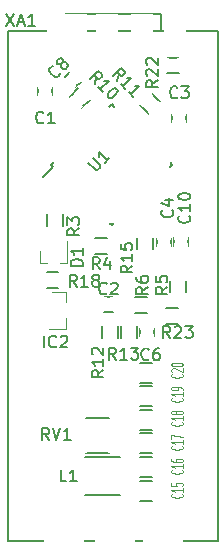
<source format=gto>
G04 #@! TF.GenerationSoftware,KiCad,Pcbnew,(5.0.0-3-g5ebb6b6)*
G04 #@! TF.CreationDate,2018-09-15T11:59:02+02:00*
G04 #@! TF.ProjectId,Nano_Lambda,4E616E6F5F4C616D6264612E6B696361,rev?*
G04 #@! TF.SameCoordinates,Original*
G04 #@! TF.FileFunction,Legend,Top*
G04 #@! TF.FilePolarity,Positive*
%FSLAX46Y46*%
G04 Gerber Fmt 4.6, Leading zero omitted, Abs format (unit mm)*
G04 Created by KiCad (PCBNEW (5.0.0-3-g5ebb6b6)) date Saturday, 15 September 2018 at 11:59:02*
%MOMM*%
%LPD*%
G01*
G04 APERTURE LIST*
%ADD10C,0.150000*%
%ADD11C,0.120000*%
%ADD12C,0.125000*%
%ADD13C,2.127200*%
%ADD14R,2.127200X2.127200*%
%ADD15C,2.250000*%
%ADD16R,1.150000X1.200000*%
%ADD17R,1.200000X1.150000*%
%ADD18C,1.150000*%
%ADD19C,0.100000*%
%ADD20R,1.000000X1.200000*%
%ADD21R,1.300000X1.200000*%
%ADD22R,1.300000X0.900000*%
%ADD23R,0.900000X1.300000*%
%ADD24C,0.900000*%
%ADD25R,3.400000X3.400000*%
%ADD26R,1.900000X3.400000*%
%ADD27R,1.300000X2.900000*%
%ADD28R,1.200000X3.100000*%
%ADD29R,1.400000X1.650000*%
%ADD30C,1.000000*%
G04 APERTURE END LIST*
D10*
G04 #@! TO.C,XA1*
X175374000Y-58130000D02*
X175374000Y-56680000D01*
X175374000Y-56680000D02*
X167246000Y-56680000D01*
X167246000Y-56680000D02*
X167246000Y-58130000D01*
X180200000Y-101310000D02*
X162420000Y-101310000D01*
X180200000Y-58130000D02*
X162420000Y-58130000D01*
X162420000Y-101310000D02*
X162420000Y-58130000D01*
X180200000Y-101310000D02*
X180200000Y-58130000D01*
G04 #@! TO.C,C1*
X164960000Y-63600000D02*
X164960000Y-62900000D01*
X166160000Y-62900000D02*
X166160000Y-63600000D01*
G04 #@! TO.C,C2*
X171270000Y-81890000D02*
X170570000Y-81890000D01*
X170570000Y-80690000D02*
X171270000Y-80690000D01*
G04 #@! TO.C,C3*
X177490000Y-65170000D02*
X177490000Y-65870000D01*
X176290000Y-65870000D02*
X176290000Y-65170000D01*
G04 #@! TO.C,C4*
X176200000Y-75630000D02*
X176200000Y-76330000D01*
X175000000Y-76330000D02*
X175000000Y-75630000D01*
G04 #@! TO.C,C6*
X173600000Y-83960000D02*
X173600000Y-83260000D01*
X174800000Y-83260000D02*
X174800000Y-83960000D01*
G04 #@! TO.C,C8*
X167218249Y-62073223D02*
X167713223Y-61578249D01*
X168561751Y-62426777D02*
X168066777Y-62921751D01*
G04 #@! TO.C,C10*
X176500000Y-76320000D02*
X176500000Y-75620000D01*
X177700000Y-75620000D02*
X177700000Y-76320000D01*
D11*
G04 #@! TO.C,D1*
X165120000Y-76310000D02*
X165120000Y-77745000D01*
X167440000Y-77745000D02*
X167440000Y-75910000D01*
X167440000Y-77745000D02*
X166830000Y-77745000D01*
X165120000Y-77745000D02*
X165730000Y-77745000D01*
G04 #@! TO.C,IC2*
X167346000Y-83376000D02*
X165886000Y-83376000D01*
X167346000Y-80216000D02*
X165186000Y-80216000D01*
X167346000Y-80216000D02*
X167346000Y-81146000D01*
X167346000Y-83376000D02*
X167346000Y-82446000D01*
D10*
G04 #@! TO.C,R3*
X165725000Y-74670000D02*
X165725000Y-73670000D01*
X167075000Y-73670000D02*
X167075000Y-74670000D01*
G04 #@! TO.C,R4*
X169770000Y-75705000D02*
X170770000Y-75705000D01*
X170770000Y-77055000D02*
X169770000Y-77055000D01*
G04 #@! TO.C,R5*
X177475000Y-79270000D02*
X177475000Y-80270000D01*
X176125000Y-80270000D02*
X176125000Y-79270000D01*
G04 #@! TO.C,R6*
X173180000Y-80665000D02*
X174180000Y-80665000D01*
X174180000Y-82015000D02*
X173180000Y-82015000D01*
G04 #@! TO.C,R10*
X167679150Y-63706256D02*
X168386256Y-62999150D01*
X169340850Y-63953744D02*
X168633744Y-64660850D01*
G04 #@! TO.C,R11*
X174593414Y-63478820D02*
X175300520Y-64185926D01*
X174345926Y-65140520D02*
X173638820Y-64433414D01*
G04 #@! TO.C,R12*
X170365000Y-84120000D02*
X170365000Y-83120000D01*
X171715000Y-83120000D02*
X171715000Y-84120000D01*
G04 #@! TO.C,R13*
X173318800Y-83116800D02*
X173318800Y-84116800D01*
X171968800Y-84116800D02*
X171968800Y-83116800D01*
G04 #@! TO.C,R15*
X173375000Y-76630000D02*
X173375000Y-75630000D01*
X174725000Y-75630000D02*
X174725000Y-76630000D01*
G04 #@! TO.C,R18*
X165690000Y-78565000D02*
X166690000Y-78565000D01*
X166690000Y-79915000D02*
X165690000Y-79915000D01*
G04 #@! TO.C,R22*
X175910000Y-60385000D02*
X176910000Y-60385000D01*
X176910000Y-61735000D02*
X175910000Y-61735000D01*
G04 #@! TO.C,R23*
X176776000Y-82971000D02*
X175776000Y-82971000D01*
X175776000Y-81621000D02*
X176776000Y-81621000D01*
G04 #@! TO.C,RV1*
X171000000Y-93880200D02*
X169000000Y-93880200D01*
X169000000Y-90930200D02*
X171000000Y-90930200D01*
G04 #@! TO.C,L1*
X168900000Y-97420000D02*
X171900000Y-97420000D01*
X168900000Y-94220000D02*
X171900000Y-94220000D01*
G04 #@! TO.C,C15*
X173610000Y-95910000D02*
X174610000Y-95910000D01*
X174610000Y-94210000D02*
X173610000Y-94210000D01*
G04 #@! TO.C,C16*
X174610000Y-90210000D02*
X173610000Y-90210000D01*
X173610000Y-91910000D02*
X174610000Y-91910000D01*
G04 #@! TO.C,C17*
X173610000Y-89910000D02*
X174610000Y-89910000D01*
X174610000Y-88210000D02*
X173610000Y-88210000D01*
G04 #@! TO.C,C18*
X174610000Y-86210000D02*
X173610000Y-86210000D01*
X173610000Y-87910000D02*
X174610000Y-87910000D01*
G04 #@! TO.C,C19*
X173610000Y-97910000D02*
X174610000Y-97910000D01*
X174610000Y-96210000D02*
X173610000Y-96210000D01*
G04 #@! TO.C,C20*
X174610000Y-92210000D02*
X173610000Y-92210000D01*
X173610000Y-93910000D02*
X174610000Y-93910000D01*
G04 #@! TO.C,U1*
X166252575Y-69639099D02*
X165386369Y-70505305D01*
X171220000Y-64353476D02*
X171007868Y-64565608D01*
X176346524Y-69480000D02*
X176134392Y-69692132D01*
X171220000Y-74606524D02*
X171432132Y-74394392D01*
X166093476Y-69480000D02*
X166305608Y-69267868D01*
X171220000Y-74606524D02*
X171007868Y-74394392D01*
X176346524Y-69480000D02*
X176134392Y-69267868D01*
X171220000Y-64353476D02*
X171432132Y-64565608D01*
X166093476Y-69480000D02*
X166252575Y-69639099D01*
G04 #@! TO.C,XA1*
X162271904Y-56702380D02*
X162938571Y-57702380D01*
X162938571Y-56702380D02*
X162271904Y-57702380D01*
X163271904Y-57416666D02*
X163748095Y-57416666D01*
X163176666Y-57702380D02*
X163510000Y-56702380D01*
X163843333Y-57702380D01*
X164700476Y-57702380D02*
X164129047Y-57702380D01*
X164414761Y-57702380D02*
X164414761Y-56702380D01*
X164319523Y-56845238D01*
X164224285Y-56940476D01*
X164129047Y-56988095D01*
G04 #@! TO.C,C1*
X165413333Y-65867142D02*
X165365714Y-65914761D01*
X165222857Y-65962380D01*
X165127619Y-65962380D01*
X164984761Y-65914761D01*
X164889523Y-65819523D01*
X164841904Y-65724285D01*
X164794285Y-65533809D01*
X164794285Y-65390952D01*
X164841904Y-65200476D01*
X164889523Y-65105238D01*
X164984761Y-65010000D01*
X165127619Y-64962380D01*
X165222857Y-64962380D01*
X165365714Y-65010000D01*
X165413333Y-65057619D01*
X166365714Y-65962380D02*
X165794285Y-65962380D01*
X166080000Y-65962380D02*
X166080000Y-64962380D01*
X165984761Y-65105238D01*
X165889523Y-65200476D01*
X165794285Y-65248095D01*
G04 #@! TO.C,C2*
X170763333Y-80347142D02*
X170715714Y-80394761D01*
X170572857Y-80442380D01*
X170477619Y-80442380D01*
X170334761Y-80394761D01*
X170239523Y-80299523D01*
X170191904Y-80204285D01*
X170144285Y-80013809D01*
X170144285Y-79870952D01*
X170191904Y-79680476D01*
X170239523Y-79585238D01*
X170334761Y-79490000D01*
X170477619Y-79442380D01*
X170572857Y-79442380D01*
X170715714Y-79490000D01*
X170763333Y-79537619D01*
X171144285Y-79537619D02*
X171191904Y-79490000D01*
X171287142Y-79442380D01*
X171525238Y-79442380D01*
X171620476Y-79490000D01*
X171668095Y-79537619D01*
X171715714Y-79632857D01*
X171715714Y-79728095D01*
X171668095Y-79870952D01*
X171096666Y-80442380D01*
X171715714Y-80442380D01*
G04 #@! TO.C,C3*
X176753333Y-63737142D02*
X176705714Y-63784761D01*
X176562857Y-63832380D01*
X176467619Y-63832380D01*
X176324761Y-63784761D01*
X176229523Y-63689523D01*
X176181904Y-63594285D01*
X176134285Y-63403809D01*
X176134285Y-63260952D01*
X176181904Y-63070476D01*
X176229523Y-62975238D01*
X176324761Y-62880000D01*
X176467619Y-62832380D01*
X176562857Y-62832380D01*
X176705714Y-62880000D01*
X176753333Y-62927619D01*
X177086666Y-62832380D02*
X177705714Y-62832380D01*
X177372380Y-63213333D01*
X177515238Y-63213333D01*
X177610476Y-63260952D01*
X177658095Y-63308571D01*
X177705714Y-63403809D01*
X177705714Y-63641904D01*
X177658095Y-63737142D01*
X177610476Y-63784761D01*
X177515238Y-63832380D01*
X177229523Y-63832380D01*
X177134285Y-63784761D01*
X177086666Y-63737142D01*
G04 #@! TO.C,C4*
X176317142Y-73306666D02*
X176364761Y-73354285D01*
X176412380Y-73497142D01*
X176412380Y-73592380D01*
X176364761Y-73735238D01*
X176269523Y-73830476D01*
X176174285Y-73878095D01*
X175983809Y-73925714D01*
X175840952Y-73925714D01*
X175650476Y-73878095D01*
X175555238Y-73830476D01*
X175460000Y-73735238D01*
X175412380Y-73592380D01*
X175412380Y-73497142D01*
X175460000Y-73354285D01*
X175507619Y-73306666D01*
X175745714Y-72449523D02*
X176412380Y-72449523D01*
X175364761Y-72687619D02*
X176079047Y-72925714D01*
X176079047Y-72306666D01*
G04 #@! TO.C,C6*
X174343333Y-85917142D02*
X174295714Y-85964761D01*
X174152857Y-86012380D01*
X174057619Y-86012380D01*
X173914761Y-85964761D01*
X173819523Y-85869523D01*
X173771904Y-85774285D01*
X173724285Y-85583809D01*
X173724285Y-85440952D01*
X173771904Y-85250476D01*
X173819523Y-85155238D01*
X173914761Y-85060000D01*
X174057619Y-85012380D01*
X174152857Y-85012380D01*
X174295714Y-85060000D01*
X174343333Y-85107619D01*
X175200476Y-85012380D02*
X175010000Y-85012380D01*
X174914761Y-85060000D01*
X174867142Y-85107619D01*
X174771904Y-85250476D01*
X174724285Y-85440952D01*
X174724285Y-85821904D01*
X174771904Y-85917142D01*
X174819523Y-85964761D01*
X174914761Y-86012380D01*
X175105238Y-86012380D01*
X175200476Y-85964761D01*
X175248095Y-85917142D01*
X175295714Y-85821904D01*
X175295714Y-85583809D01*
X175248095Y-85488571D01*
X175200476Y-85440952D01*
X175105238Y-85393333D01*
X174914761Y-85393333D01*
X174819523Y-85440952D01*
X174771904Y-85488571D01*
X174724285Y-85583809D01*
G04 #@! TO.C,C8*
X166843819Y-61679937D02*
X166843819Y-61747280D01*
X166776475Y-61881967D01*
X166709132Y-61949311D01*
X166574444Y-62016654D01*
X166439757Y-62016654D01*
X166338742Y-61982983D01*
X166170383Y-61881967D01*
X166069368Y-61780952D01*
X165968353Y-61612593D01*
X165934681Y-61511578D01*
X165934681Y-61376891D01*
X166002025Y-61242204D01*
X166069368Y-61174860D01*
X166204055Y-61107517D01*
X166271399Y-61107517D01*
X166911162Y-60939158D02*
X166810147Y-60972830D01*
X166742803Y-60972830D01*
X166641788Y-60939158D01*
X166608116Y-60905486D01*
X166574444Y-60804471D01*
X166574444Y-60737128D01*
X166608116Y-60636112D01*
X166742803Y-60501425D01*
X166843819Y-60467754D01*
X166911162Y-60467754D01*
X167012177Y-60501425D01*
X167045849Y-60535097D01*
X167079521Y-60636112D01*
X167079521Y-60703456D01*
X167045849Y-60804471D01*
X166911162Y-60939158D01*
X166877490Y-61040173D01*
X166877490Y-61107517D01*
X166911162Y-61208532D01*
X167045849Y-61343219D01*
X167146864Y-61376891D01*
X167214208Y-61376891D01*
X167315223Y-61343219D01*
X167449910Y-61208532D01*
X167483582Y-61107517D01*
X167483582Y-61040173D01*
X167449910Y-60939158D01*
X167315223Y-60804471D01*
X167214208Y-60770799D01*
X167146864Y-60770799D01*
X167045849Y-60804471D01*
G04 #@! TO.C,C10*
X177747142Y-73762857D02*
X177794761Y-73810476D01*
X177842380Y-73953333D01*
X177842380Y-74048571D01*
X177794761Y-74191428D01*
X177699523Y-74286666D01*
X177604285Y-74334285D01*
X177413809Y-74381904D01*
X177270952Y-74381904D01*
X177080476Y-74334285D01*
X176985238Y-74286666D01*
X176890000Y-74191428D01*
X176842380Y-74048571D01*
X176842380Y-73953333D01*
X176890000Y-73810476D01*
X176937619Y-73762857D01*
X177842380Y-72810476D02*
X177842380Y-73381904D01*
X177842380Y-73096190D02*
X176842380Y-73096190D01*
X176985238Y-73191428D01*
X177080476Y-73286666D01*
X177128095Y-73381904D01*
X176842380Y-72191428D02*
X176842380Y-72096190D01*
X176890000Y-72000952D01*
X176937619Y-71953333D01*
X177032857Y-71905714D01*
X177223333Y-71858095D01*
X177461428Y-71858095D01*
X177651904Y-71905714D01*
X177747142Y-71953333D01*
X177794761Y-72000952D01*
X177842380Y-72096190D01*
X177842380Y-72191428D01*
X177794761Y-72286666D01*
X177747142Y-72334285D01*
X177651904Y-72381904D01*
X177461428Y-72429523D01*
X177223333Y-72429523D01*
X177032857Y-72381904D01*
X176937619Y-72334285D01*
X176890000Y-72286666D01*
X176842380Y-72191428D01*
G04 #@! TO.C,D1*
X168732380Y-78018095D02*
X167732380Y-78018095D01*
X167732380Y-77780000D01*
X167780000Y-77637142D01*
X167875238Y-77541904D01*
X167970476Y-77494285D01*
X168160952Y-77446666D01*
X168303809Y-77446666D01*
X168494285Y-77494285D01*
X168589523Y-77541904D01*
X168684761Y-77637142D01*
X168732380Y-77780000D01*
X168732380Y-78018095D01*
X168732380Y-76494285D02*
X168732380Y-77065714D01*
X168732380Y-76780000D02*
X167732380Y-76780000D01*
X167875238Y-76875238D01*
X167970476Y-76970476D01*
X168018095Y-77065714D01*
G04 #@! TO.C,IC2*
X165443809Y-84922380D02*
X165443809Y-83922380D01*
X166491428Y-84827142D02*
X166443809Y-84874761D01*
X166300952Y-84922380D01*
X166205714Y-84922380D01*
X166062857Y-84874761D01*
X165967619Y-84779523D01*
X165920000Y-84684285D01*
X165872380Y-84493809D01*
X165872380Y-84350952D01*
X165920000Y-84160476D01*
X165967619Y-84065238D01*
X166062857Y-83970000D01*
X166205714Y-83922380D01*
X166300952Y-83922380D01*
X166443809Y-83970000D01*
X166491428Y-84017619D01*
X166872380Y-84017619D02*
X166920000Y-83970000D01*
X167015238Y-83922380D01*
X167253333Y-83922380D01*
X167348571Y-83970000D01*
X167396190Y-84017619D01*
X167443809Y-84112857D01*
X167443809Y-84208095D01*
X167396190Y-84350952D01*
X166824761Y-84922380D01*
X167443809Y-84922380D01*
G04 #@! TO.C,R3*
X168452380Y-74856666D02*
X167976190Y-75190000D01*
X168452380Y-75428095D02*
X167452380Y-75428095D01*
X167452380Y-75047142D01*
X167500000Y-74951904D01*
X167547619Y-74904285D01*
X167642857Y-74856666D01*
X167785714Y-74856666D01*
X167880952Y-74904285D01*
X167928571Y-74951904D01*
X167976190Y-75047142D01*
X167976190Y-75428095D01*
X167452380Y-74523333D02*
X167452380Y-73904285D01*
X167833333Y-74237619D01*
X167833333Y-74094761D01*
X167880952Y-73999523D01*
X167928571Y-73951904D01*
X168023809Y-73904285D01*
X168261904Y-73904285D01*
X168357142Y-73951904D01*
X168404761Y-73999523D01*
X168452380Y-74094761D01*
X168452380Y-74380476D01*
X168404761Y-74475714D01*
X168357142Y-74523333D01*
G04 #@! TO.C,R4*
X170183333Y-78302380D02*
X169850000Y-77826190D01*
X169611904Y-78302380D02*
X169611904Y-77302380D01*
X169992857Y-77302380D01*
X170088095Y-77350000D01*
X170135714Y-77397619D01*
X170183333Y-77492857D01*
X170183333Y-77635714D01*
X170135714Y-77730952D01*
X170088095Y-77778571D01*
X169992857Y-77826190D01*
X169611904Y-77826190D01*
X171040476Y-77635714D02*
X171040476Y-78302380D01*
X170802380Y-77254761D02*
X170564285Y-77969047D01*
X171183333Y-77969047D01*
G04 #@! TO.C,R5*
X175922380Y-79806666D02*
X175446190Y-80140000D01*
X175922380Y-80378095D02*
X174922380Y-80378095D01*
X174922380Y-79997142D01*
X174970000Y-79901904D01*
X175017619Y-79854285D01*
X175112857Y-79806666D01*
X175255714Y-79806666D01*
X175350952Y-79854285D01*
X175398571Y-79901904D01*
X175446190Y-79997142D01*
X175446190Y-80378095D01*
X174922380Y-78901904D02*
X174922380Y-79378095D01*
X175398571Y-79425714D01*
X175350952Y-79378095D01*
X175303333Y-79282857D01*
X175303333Y-79044761D01*
X175350952Y-78949523D01*
X175398571Y-78901904D01*
X175493809Y-78854285D01*
X175731904Y-78854285D01*
X175827142Y-78901904D01*
X175874761Y-78949523D01*
X175922380Y-79044761D01*
X175922380Y-79282857D01*
X175874761Y-79378095D01*
X175827142Y-79425714D01*
G04 #@! TO.C,R6*
X174282380Y-79816666D02*
X173806190Y-80150000D01*
X174282380Y-80388095D02*
X173282380Y-80388095D01*
X173282380Y-80007142D01*
X173330000Y-79911904D01*
X173377619Y-79864285D01*
X173472857Y-79816666D01*
X173615714Y-79816666D01*
X173710952Y-79864285D01*
X173758571Y-79911904D01*
X173806190Y-80007142D01*
X173806190Y-80388095D01*
X173282380Y-78959523D02*
X173282380Y-79150000D01*
X173330000Y-79245238D01*
X173377619Y-79292857D01*
X173520476Y-79388095D01*
X173710952Y-79435714D01*
X174091904Y-79435714D01*
X174187142Y-79388095D01*
X174234761Y-79340476D01*
X174282380Y-79245238D01*
X174282380Y-79054761D01*
X174234761Y-78959523D01*
X174187142Y-78911904D01*
X174091904Y-78864285D01*
X173853809Y-78864285D01*
X173758571Y-78911904D01*
X173710952Y-78959523D01*
X173663333Y-79054761D01*
X173663333Y-79245238D01*
X173710952Y-79340476D01*
X173758571Y-79388095D01*
X173853809Y-79435714D01*
G04 #@! TO.C,R10*
X169775549Y-62605312D02*
X169876564Y-62032893D01*
X169371488Y-62201251D02*
X170078595Y-61494145D01*
X170347969Y-61763519D01*
X170381641Y-61864534D01*
X170381641Y-61931877D01*
X170347969Y-62032893D01*
X170246954Y-62133908D01*
X170145938Y-62167580D01*
X170078595Y-62167580D01*
X169977580Y-62133908D01*
X169708206Y-61864534D01*
X170448984Y-63278748D02*
X170044923Y-62874687D01*
X170246954Y-63076717D02*
X170954061Y-62369610D01*
X170785702Y-62403282D01*
X170651015Y-62403282D01*
X170550000Y-62369610D01*
X171593824Y-63009374D02*
X171661167Y-63076717D01*
X171694839Y-63177732D01*
X171694839Y-63245076D01*
X171661167Y-63346091D01*
X171560152Y-63514450D01*
X171391793Y-63682809D01*
X171223435Y-63783824D01*
X171122419Y-63817496D01*
X171055076Y-63817496D01*
X170954061Y-63783824D01*
X170886717Y-63716480D01*
X170853045Y-63615465D01*
X170853045Y-63548122D01*
X170886717Y-63447106D01*
X170987732Y-63278748D01*
X171156091Y-63110389D01*
X171324450Y-63009374D01*
X171425465Y-62975702D01*
X171492809Y-62975702D01*
X171593824Y-63009374D01*
G04 #@! TO.C,R11*
X171691549Y-62349312D02*
X171792564Y-61776893D01*
X171287488Y-61945251D02*
X171994595Y-61238145D01*
X172263969Y-61507519D01*
X172297641Y-61608534D01*
X172297641Y-61675877D01*
X172263969Y-61776893D01*
X172162954Y-61877908D01*
X172061938Y-61911580D01*
X171994595Y-61911580D01*
X171893580Y-61877908D01*
X171624206Y-61608534D01*
X172364984Y-63022748D02*
X171960923Y-62618687D01*
X172162954Y-62820717D02*
X172870061Y-62113610D01*
X172701702Y-62147282D01*
X172567015Y-62147282D01*
X172466000Y-62113610D01*
X173038419Y-63696183D02*
X172634358Y-63292122D01*
X172836389Y-63494152D02*
X173543496Y-62787045D01*
X173375137Y-62820717D01*
X173240450Y-62820717D01*
X173139435Y-62787045D01*
G04 #@! TO.C,R12*
X170502380Y-86842857D02*
X170026190Y-87176190D01*
X170502380Y-87414285D02*
X169502380Y-87414285D01*
X169502380Y-87033333D01*
X169550000Y-86938095D01*
X169597619Y-86890476D01*
X169692857Y-86842857D01*
X169835714Y-86842857D01*
X169930952Y-86890476D01*
X169978571Y-86938095D01*
X170026190Y-87033333D01*
X170026190Y-87414285D01*
X170502380Y-85890476D02*
X170502380Y-86461904D01*
X170502380Y-86176190D02*
X169502380Y-86176190D01*
X169645238Y-86271428D01*
X169740476Y-86366666D01*
X169788095Y-86461904D01*
X169597619Y-85509523D02*
X169550000Y-85461904D01*
X169502380Y-85366666D01*
X169502380Y-85128571D01*
X169550000Y-85033333D01*
X169597619Y-84985714D01*
X169692857Y-84938095D01*
X169788095Y-84938095D01*
X169930952Y-84985714D01*
X170502380Y-85557142D01*
X170502380Y-84938095D01*
G04 #@! TO.C,R13*
X171547142Y-85962380D02*
X171213809Y-85486190D01*
X170975714Y-85962380D02*
X170975714Y-84962380D01*
X171356666Y-84962380D01*
X171451904Y-85010000D01*
X171499523Y-85057619D01*
X171547142Y-85152857D01*
X171547142Y-85295714D01*
X171499523Y-85390952D01*
X171451904Y-85438571D01*
X171356666Y-85486190D01*
X170975714Y-85486190D01*
X172499523Y-85962380D02*
X171928095Y-85962380D01*
X172213809Y-85962380D02*
X172213809Y-84962380D01*
X172118571Y-85105238D01*
X172023333Y-85200476D01*
X171928095Y-85248095D01*
X172832857Y-84962380D02*
X173451904Y-84962380D01*
X173118571Y-85343333D01*
X173261428Y-85343333D01*
X173356666Y-85390952D01*
X173404285Y-85438571D01*
X173451904Y-85533809D01*
X173451904Y-85771904D01*
X173404285Y-85867142D01*
X173356666Y-85914761D01*
X173261428Y-85962380D01*
X172975714Y-85962380D01*
X172880476Y-85914761D01*
X172832857Y-85867142D01*
G04 #@! TO.C,R15*
X172962380Y-78012857D02*
X172486190Y-78346190D01*
X172962380Y-78584285D02*
X171962380Y-78584285D01*
X171962380Y-78203333D01*
X172010000Y-78108095D01*
X172057619Y-78060476D01*
X172152857Y-78012857D01*
X172295714Y-78012857D01*
X172390952Y-78060476D01*
X172438571Y-78108095D01*
X172486190Y-78203333D01*
X172486190Y-78584285D01*
X172962380Y-77060476D02*
X172962380Y-77631904D01*
X172962380Y-77346190D02*
X171962380Y-77346190D01*
X172105238Y-77441428D01*
X172200476Y-77536666D01*
X172248095Y-77631904D01*
X171962380Y-76155714D02*
X171962380Y-76631904D01*
X172438571Y-76679523D01*
X172390952Y-76631904D01*
X172343333Y-76536666D01*
X172343333Y-76298571D01*
X172390952Y-76203333D01*
X172438571Y-76155714D01*
X172533809Y-76108095D01*
X172771904Y-76108095D01*
X172867142Y-76155714D01*
X172914761Y-76203333D01*
X172962380Y-76298571D01*
X172962380Y-76536666D01*
X172914761Y-76631904D01*
X172867142Y-76679523D01*
G04 #@! TO.C,R18*
X168227142Y-79792380D02*
X167893809Y-79316190D01*
X167655714Y-79792380D02*
X167655714Y-78792380D01*
X168036666Y-78792380D01*
X168131904Y-78840000D01*
X168179523Y-78887619D01*
X168227142Y-78982857D01*
X168227142Y-79125714D01*
X168179523Y-79220952D01*
X168131904Y-79268571D01*
X168036666Y-79316190D01*
X167655714Y-79316190D01*
X169179523Y-79792380D02*
X168608095Y-79792380D01*
X168893809Y-79792380D02*
X168893809Y-78792380D01*
X168798571Y-78935238D01*
X168703333Y-79030476D01*
X168608095Y-79078095D01*
X169750952Y-79220952D02*
X169655714Y-79173333D01*
X169608095Y-79125714D01*
X169560476Y-79030476D01*
X169560476Y-78982857D01*
X169608095Y-78887619D01*
X169655714Y-78840000D01*
X169750952Y-78792380D01*
X169941428Y-78792380D01*
X170036666Y-78840000D01*
X170084285Y-78887619D01*
X170131904Y-78982857D01*
X170131904Y-79030476D01*
X170084285Y-79125714D01*
X170036666Y-79173333D01*
X169941428Y-79220952D01*
X169750952Y-79220952D01*
X169655714Y-79268571D01*
X169608095Y-79316190D01*
X169560476Y-79411428D01*
X169560476Y-79601904D01*
X169608095Y-79697142D01*
X169655714Y-79744761D01*
X169750952Y-79792380D01*
X169941428Y-79792380D01*
X170036666Y-79744761D01*
X170084285Y-79697142D01*
X170131904Y-79601904D01*
X170131904Y-79411428D01*
X170084285Y-79316190D01*
X170036666Y-79268571D01*
X169941428Y-79220952D01*
G04 #@! TO.C,R22*
X175112380Y-62322857D02*
X174636190Y-62656190D01*
X175112380Y-62894285D02*
X174112380Y-62894285D01*
X174112380Y-62513333D01*
X174160000Y-62418095D01*
X174207619Y-62370476D01*
X174302857Y-62322857D01*
X174445714Y-62322857D01*
X174540952Y-62370476D01*
X174588571Y-62418095D01*
X174636190Y-62513333D01*
X174636190Y-62894285D01*
X174207619Y-61941904D02*
X174160000Y-61894285D01*
X174112380Y-61799047D01*
X174112380Y-61560952D01*
X174160000Y-61465714D01*
X174207619Y-61418095D01*
X174302857Y-61370476D01*
X174398095Y-61370476D01*
X174540952Y-61418095D01*
X175112380Y-61989523D01*
X175112380Y-61370476D01*
X174207619Y-60989523D02*
X174160000Y-60941904D01*
X174112380Y-60846666D01*
X174112380Y-60608571D01*
X174160000Y-60513333D01*
X174207619Y-60465714D01*
X174302857Y-60418095D01*
X174398095Y-60418095D01*
X174540952Y-60465714D01*
X175112380Y-61037142D01*
X175112380Y-60418095D01*
G04 #@! TO.C,R23*
X176157142Y-84112380D02*
X175823809Y-83636190D01*
X175585714Y-84112380D02*
X175585714Y-83112380D01*
X175966666Y-83112380D01*
X176061904Y-83160000D01*
X176109523Y-83207619D01*
X176157142Y-83302857D01*
X176157142Y-83445714D01*
X176109523Y-83540952D01*
X176061904Y-83588571D01*
X175966666Y-83636190D01*
X175585714Y-83636190D01*
X176538095Y-83207619D02*
X176585714Y-83160000D01*
X176680952Y-83112380D01*
X176919047Y-83112380D01*
X177014285Y-83160000D01*
X177061904Y-83207619D01*
X177109523Y-83302857D01*
X177109523Y-83398095D01*
X177061904Y-83540952D01*
X176490476Y-84112380D01*
X177109523Y-84112380D01*
X177442857Y-83112380D02*
X178061904Y-83112380D01*
X177728571Y-83493333D01*
X177871428Y-83493333D01*
X177966666Y-83540952D01*
X178014285Y-83588571D01*
X178061904Y-83683809D01*
X178061904Y-83921904D01*
X178014285Y-84017142D01*
X177966666Y-84064761D01*
X177871428Y-84112380D01*
X177585714Y-84112380D01*
X177490476Y-84064761D01*
X177442857Y-84017142D01*
G04 #@! TO.C,RV1*
X165904761Y-92762380D02*
X165571428Y-92286190D01*
X165333333Y-92762380D02*
X165333333Y-91762380D01*
X165714285Y-91762380D01*
X165809523Y-91810000D01*
X165857142Y-91857619D01*
X165904761Y-91952857D01*
X165904761Y-92095714D01*
X165857142Y-92190952D01*
X165809523Y-92238571D01*
X165714285Y-92286190D01*
X165333333Y-92286190D01*
X166190476Y-91762380D02*
X166523809Y-92762380D01*
X166857142Y-91762380D01*
X167714285Y-92762380D02*
X167142857Y-92762380D01*
X167428571Y-92762380D02*
X167428571Y-91762380D01*
X167333333Y-91905238D01*
X167238095Y-92000476D01*
X167142857Y-92048095D01*
G04 #@! TO.C,L1*
X167373333Y-96272380D02*
X166897142Y-96272380D01*
X166897142Y-95272380D01*
X168230476Y-96272380D02*
X167659047Y-96272380D01*
X167944761Y-96272380D02*
X167944761Y-95272380D01*
X167849523Y-95415238D01*
X167754285Y-95510476D01*
X167659047Y-95558095D01*
G04 #@! TO.C,C15*
D12*
X177141142Y-97349428D02*
X177188761Y-97373238D01*
X177236380Y-97444666D01*
X177236380Y-97492285D01*
X177188761Y-97563714D01*
X177093523Y-97611333D01*
X176998285Y-97635142D01*
X176807809Y-97658952D01*
X176664952Y-97658952D01*
X176474476Y-97635142D01*
X176379238Y-97611333D01*
X176284000Y-97563714D01*
X176236380Y-97492285D01*
X176236380Y-97444666D01*
X176284000Y-97373238D01*
X176331619Y-97349428D01*
X177236380Y-96873238D02*
X177236380Y-97158952D01*
X177236380Y-97016095D02*
X176236380Y-97016095D01*
X176379238Y-97063714D01*
X176474476Y-97111333D01*
X176522095Y-97158952D01*
X176236380Y-96420857D02*
X176236380Y-96658952D01*
X176712571Y-96682761D01*
X176664952Y-96658952D01*
X176617333Y-96611333D01*
X176617333Y-96492285D01*
X176664952Y-96444666D01*
X176712571Y-96420857D01*
X176807809Y-96397047D01*
X177045904Y-96397047D01*
X177141142Y-96420857D01*
X177188761Y-96444666D01*
X177236380Y-96492285D01*
X177236380Y-96611333D01*
X177188761Y-96658952D01*
X177141142Y-96682761D01*
G04 #@! TO.C,C16*
X177141142Y-95317428D02*
X177188761Y-95341238D01*
X177236380Y-95412666D01*
X177236380Y-95460285D01*
X177188761Y-95531714D01*
X177093523Y-95579333D01*
X176998285Y-95603142D01*
X176807809Y-95626952D01*
X176664952Y-95626952D01*
X176474476Y-95603142D01*
X176379238Y-95579333D01*
X176284000Y-95531714D01*
X176236380Y-95460285D01*
X176236380Y-95412666D01*
X176284000Y-95341238D01*
X176331619Y-95317428D01*
X177236380Y-94841238D02*
X177236380Y-95126952D01*
X177236380Y-94984095D02*
X176236380Y-94984095D01*
X176379238Y-95031714D01*
X176474476Y-95079333D01*
X176522095Y-95126952D01*
X176236380Y-94412666D02*
X176236380Y-94507904D01*
X176284000Y-94555523D01*
X176331619Y-94579333D01*
X176474476Y-94626952D01*
X176664952Y-94650761D01*
X177045904Y-94650761D01*
X177141142Y-94626952D01*
X177188761Y-94603142D01*
X177236380Y-94555523D01*
X177236380Y-94460285D01*
X177188761Y-94412666D01*
X177141142Y-94388857D01*
X177045904Y-94365047D01*
X176807809Y-94365047D01*
X176712571Y-94388857D01*
X176664952Y-94412666D01*
X176617333Y-94460285D01*
X176617333Y-94555523D01*
X176664952Y-94603142D01*
X176712571Y-94626952D01*
X176807809Y-94650761D01*
G04 #@! TO.C,C17*
X177141142Y-93285428D02*
X177188761Y-93309238D01*
X177236380Y-93380666D01*
X177236380Y-93428285D01*
X177188761Y-93499714D01*
X177093523Y-93547333D01*
X176998285Y-93571142D01*
X176807809Y-93594952D01*
X176664952Y-93594952D01*
X176474476Y-93571142D01*
X176379238Y-93547333D01*
X176284000Y-93499714D01*
X176236380Y-93428285D01*
X176236380Y-93380666D01*
X176284000Y-93309238D01*
X176331619Y-93285428D01*
X177236380Y-92809238D02*
X177236380Y-93094952D01*
X177236380Y-92952095D02*
X176236380Y-92952095D01*
X176379238Y-92999714D01*
X176474476Y-93047333D01*
X176522095Y-93094952D01*
X176236380Y-92642571D02*
X176236380Y-92309238D01*
X177236380Y-92523523D01*
G04 #@! TO.C,C18*
X177141142Y-91253428D02*
X177188761Y-91277238D01*
X177236380Y-91348666D01*
X177236380Y-91396285D01*
X177188761Y-91467714D01*
X177093523Y-91515333D01*
X176998285Y-91539142D01*
X176807809Y-91562952D01*
X176664952Y-91562952D01*
X176474476Y-91539142D01*
X176379238Y-91515333D01*
X176284000Y-91467714D01*
X176236380Y-91396285D01*
X176236380Y-91348666D01*
X176284000Y-91277238D01*
X176331619Y-91253428D01*
X177236380Y-90777238D02*
X177236380Y-91062952D01*
X177236380Y-90920095D02*
X176236380Y-90920095D01*
X176379238Y-90967714D01*
X176474476Y-91015333D01*
X176522095Y-91062952D01*
X176664952Y-90491523D02*
X176617333Y-90539142D01*
X176569714Y-90562952D01*
X176474476Y-90586761D01*
X176426857Y-90586761D01*
X176331619Y-90562952D01*
X176284000Y-90539142D01*
X176236380Y-90491523D01*
X176236380Y-90396285D01*
X176284000Y-90348666D01*
X176331619Y-90324857D01*
X176426857Y-90301047D01*
X176474476Y-90301047D01*
X176569714Y-90324857D01*
X176617333Y-90348666D01*
X176664952Y-90396285D01*
X176664952Y-90491523D01*
X176712571Y-90539142D01*
X176760190Y-90562952D01*
X176855428Y-90586761D01*
X177045904Y-90586761D01*
X177141142Y-90562952D01*
X177188761Y-90539142D01*
X177236380Y-90491523D01*
X177236380Y-90396285D01*
X177188761Y-90348666D01*
X177141142Y-90324857D01*
X177045904Y-90301047D01*
X176855428Y-90301047D01*
X176760190Y-90324857D01*
X176712571Y-90348666D01*
X176664952Y-90396285D01*
G04 #@! TO.C,C19*
X177141142Y-89221428D02*
X177188761Y-89245238D01*
X177236380Y-89316666D01*
X177236380Y-89364285D01*
X177188761Y-89435714D01*
X177093523Y-89483333D01*
X176998285Y-89507142D01*
X176807809Y-89530952D01*
X176664952Y-89530952D01*
X176474476Y-89507142D01*
X176379238Y-89483333D01*
X176284000Y-89435714D01*
X176236380Y-89364285D01*
X176236380Y-89316666D01*
X176284000Y-89245238D01*
X176331619Y-89221428D01*
X177236380Y-88745238D02*
X177236380Y-89030952D01*
X177236380Y-88888095D02*
X176236380Y-88888095D01*
X176379238Y-88935714D01*
X176474476Y-88983333D01*
X176522095Y-89030952D01*
X177236380Y-88507142D02*
X177236380Y-88411904D01*
X177188761Y-88364285D01*
X177141142Y-88340476D01*
X176998285Y-88292857D01*
X176807809Y-88269047D01*
X176426857Y-88269047D01*
X176331619Y-88292857D01*
X176284000Y-88316666D01*
X176236380Y-88364285D01*
X176236380Y-88459523D01*
X176284000Y-88507142D01*
X176331619Y-88530952D01*
X176426857Y-88554761D01*
X176664952Y-88554761D01*
X176760190Y-88530952D01*
X176807809Y-88507142D01*
X176855428Y-88459523D01*
X176855428Y-88364285D01*
X176807809Y-88316666D01*
X176760190Y-88292857D01*
X176664952Y-88269047D01*
G04 #@! TO.C,C20*
X177141142Y-87189428D02*
X177188761Y-87213238D01*
X177236380Y-87284666D01*
X177236380Y-87332285D01*
X177188761Y-87403714D01*
X177093523Y-87451333D01*
X176998285Y-87475142D01*
X176807809Y-87498952D01*
X176664952Y-87498952D01*
X176474476Y-87475142D01*
X176379238Y-87451333D01*
X176284000Y-87403714D01*
X176236380Y-87332285D01*
X176236380Y-87284666D01*
X176284000Y-87213238D01*
X176331619Y-87189428D01*
X176331619Y-86998952D02*
X176284000Y-86975142D01*
X176236380Y-86927523D01*
X176236380Y-86808476D01*
X176284000Y-86760857D01*
X176331619Y-86737047D01*
X176426857Y-86713238D01*
X176522095Y-86713238D01*
X176664952Y-86737047D01*
X177236380Y-87022761D01*
X177236380Y-86713238D01*
X176236380Y-86403714D02*
X176236380Y-86356095D01*
X176284000Y-86308476D01*
X176331619Y-86284666D01*
X176426857Y-86260857D01*
X176617333Y-86237047D01*
X176855428Y-86237047D01*
X177045904Y-86260857D01*
X177141142Y-86284666D01*
X177188761Y-86308476D01*
X177236380Y-86356095D01*
X177236380Y-86403714D01*
X177188761Y-86451333D01*
X177141142Y-86475142D01*
X177045904Y-86498952D01*
X176855428Y-86522761D01*
X176617333Y-86522761D01*
X176426857Y-86498952D01*
X176331619Y-86475142D01*
X176284000Y-86451333D01*
X176236380Y-86403714D01*
G04 #@! TO.C,U1*
D10*
X169194026Y-69281522D02*
X169766446Y-69853942D01*
X169867461Y-69887614D01*
X169934805Y-69887614D01*
X170035820Y-69853942D01*
X170170507Y-69719255D01*
X170204179Y-69618240D01*
X170204179Y-69550896D01*
X170170507Y-69449881D01*
X169598087Y-68877461D01*
X171012301Y-68877461D02*
X170608240Y-69281522D01*
X170810270Y-69079492D02*
X170103164Y-68372385D01*
X170136835Y-68540744D01*
X170136835Y-68675431D01*
X170103164Y-68776446D01*
G04 #@! TD*
%LPC*%
D13*
G04 #@! TO.C,XA1*
X163690000Y-97500000D03*
X163690000Y-94960000D03*
X163690000Y-92420000D03*
X163690000Y-89880000D03*
X163690000Y-87340000D03*
X163690000Y-84800000D03*
X163690000Y-82260000D03*
X163690000Y-79720000D03*
X163690000Y-77180000D03*
X163690000Y-74640000D03*
X163690000Y-72100000D03*
X163690000Y-69560000D03*
X163690000Y-67020000D03*
X163690000Y-64480000D03*
X163690000Y-61940000D03*
X178930000Y-61940000D03*
X178930000Y-64480000D03*
X178930000Y-67020000D03*
X178930000Y-69560000D03*
X178930000Y-72100000D03*
X178930000Y-74640000D03*
X178930000Y-77180000D03*
X178930000Y-79720000D03*
X178930000Y-82260000D03*
X178930000Y-84800000D03*
X178930000Y-87340000D03*
X178930000Y-89880000D03*
X178930000Y-92420000D03*
X178930000Y-94960000D03*
D14*
X178930000Y-97500000D03*
D15*
X178930000Y-100040000D03*
X163690000Y-100040000D03*
X178930000Y-59400000D03*
X163690000Y-59400000D03*
G04 #@! TD*
D16*
G04 #@! TO.C,C1*
X165560000Y-64000000D03*
X165560000Y-62500000D03*
G04 #@! TD*
D17*
G04 #@! TO.C,C2*
X171670000Y-81290000D03*
X170170000Y-81290000D03*
G04 #@! TD*
D16*
G04 #@! TO.C,C3*
X176890000Y-64770000D03*
X176890000Y-66270000D03*
G04 #@! TD*
G04 #@! TO.C,C4*
X175600000Y-75230000D03*
X175600000Y-76730000D03*
G04 #@! TD*
G04 #@! TO.C,C6*
X174200000Y-84360000D03*
X174200000Y-82860000D03*
G04 #@! TD*
D18*
G04 #@! TO.C,C8*
X167359670Y-62780330D03*
D19*
G36*
X167377348Y-61949480D02*
X168190520Y-62762652D01*
X167341992Y-63611180D01*
X166528820Y-62798008D01*
X167377348Y-61949480D01*
X167377348Y-61949480D01*
G37*
D18*
X168420330Y-61719670D03*
D19*
G36*
X168438008Y-60888820D02*
X169251180Y-61701992D01*
X168402652Y-62550520D01*
X167589480Y-61737348D01*
X168438008Y-60888820D01*
X168438008Y-60888820D01*
G37*
G04 #@! TD*
D16*
G04 #@! TO.C,C10*
X177100000Y-76720000D03*
X177100000Y-75220000D03*
G04 #@! TD*
D20*
G04 #@! TO.C,D1*
X166280000Y-77810000D03*
X166930000Y-76210000D03*
X165630000Y-76210000D03*
G04 #@! TD*
D21*
G04 #@! TO.C,IC2*
X167586000Y-81796000D03*
X165586000Y-82746000D03*
X165586000Y-80846000D03*
G04 #@! TD*
D22*
G04 #@! TO.C,R3*
X166400000Y-73420000D03*
X166400000Y-74920000D03*
G04 #@! TD*
D23*
G04 #@! TO.C,R4*
X171020000Y-76380000D03*
X169520000Y-76380000D03*
G04 #@! TD*
D22*
G04 #@! TO.C,R5*
X176800000Y-80520000D03*
X176800000Y-79020000D03*
G04 #@! TD*
D23*
G04 #@! TO.C,R6*
X174430000Y-81340000D03*
X172930000Y-81340000D03*
G04 #@! TD*
D24*
G04 #@! TO.C,R10*
X169040330Y-63299670D03*
D19*
G36*
X168898909Y-62521853D02*
X169818147Y-63441091D01*
X169181751Y-64077487D01*
X168262513Y-63158249D01*
X168898909Y-62521853D01*
X168898909Y-62521853D01*
G37*
D24*
X167979670Y-64360330D03*
D19*
G36*
X167838249Y-63582513D02*
X168757487Y-64501751D01*
X168121091Y-65138147D01*
X167201853Y-64218909D01*
X167838249Y-63582513D01*
X167838249Y-63582513D01*
G37*
G04 #@! TD*
D24*
G04 #@! TO.C,R11*
X175000000Y-64840000D03*
D19*
G36*
X174222183Y-64981421D02*
X175141421Y-64062183D01*
X175777817Y-64698579D01*
X174858579Y-65617817D01*
X174222183Y-64981421D01*
X174222183Y-64981421D01*
G37*
D24*
X173939340Y-63779340D03*
D19*
G36*
X173161523Y-63920761D02*
X174080761Y-63001523D01*
X174717157Y-63637919D01*
X173797919Y-64557157D01*
X173161523Y-63920761D01*
X173161523Y-63920761D01*
G37*
G04 #@! TD*
D22*
G04 #@! TO.C,R12*
X171040000Y-82870000D03*
X171040000Y-84370000D03*
G04 #@! TD*
G04 #@! TO.C,R13*
X172643800Y-84366800D03*
X172643800Y-82866800D03*
G04 #@! TD*
G04 #@! TO.C,R15*
X174050000Y-75380000D03*
X174050000Y-76880000D03*
G04 #@! TD*
D23*
G04 #@! TO.C,R18*
X166940000Y-79240000D03*
X165440000Y-79240000D03*
G04 #@! TD*
G04 #@! TO.C,R22*
X177160000Y-61060000D03*
X175660000Y-61060000D03*
G04 #@! TD*
G04 #@! TO.C,R23*
X175526000Y-82296000D03*
X177026000Y-82296000D03*
G04 #@! TD*
D25*
G04 #@! TO.C,J3*
X171450000Y-100965000D03*
G04 #@! TD*
G04 #@! TO.C,J1*
X167386000Y-58420000D03*
G04 #@! TD*
G04 #@! TO.C,J5*
X175514000Y-100965000D03*
G04 #@! TD*
G04 #@! TO.C,J8*
X167132000Y-99720400D03*
G04 #@! TD*
D26*
G04 #@! TO.C,J9*
X176530000Y-58420000D03*
G04 #@! TD*
G04 #@! TO.C,J11*
X173736000Y-58420000D03*
G04 #@! TD*
G04 #@! TO.C,J14*
X170815000Y-58420000D03*
G04 #@! TD*
D27*
G04 #@! TO.C,RV1*
X168550000Y-92405200D03*
X171450000Y-92405200D03*
G04 #@! TD*
D28*
G04 #@! TO.C,L1*
X171500000Y-95820000D03*
X169300000Y-95820000D03*
G04 #@! TD*
D29*
G04 #@! TO.C,C15*
X175110000Y-95060000D03*
X173110000Y-95060000D03*
G04 #@! TD*
G04 #@! TO.C,C16*
X173110000Y-91060000D03*
X175110000Y-91060000D03*
G04 #@! TD*
G04 #@! TO.C,C17*
X175110000Y-89060000D03*
X173110000Y-89060000D03*
G04 #@! TD*
G04 #@! TO.C,C18*
X173110000Y-87060000D03*
X175110000Y-87060000D03*
G04 #@! TD*
G04 #@! TO.C,C19*
X175110000Y-97060000D03*
X173110000Y-97060000D03*
G04 #@! TD*
G04 #@! TO.C,C20*
X173110000Y-93060000D03*
X175110000Y-93060000D03*
G04 #@! TD*
D30*
G04 #@! TO.C,U1*
X166234897Y-68454695D03*
D19*
G36*
X167154136Y-68666827D02*
X166447029Y-69373934D01*
X165315658Y-68242563D01*
X166022765Y-67535456D01*
X167154136Y-68666827D01*
X167154136Y-68666827D01*
G37*
D30*
X166800583Y-67889010D03*
D19*
G36*
X167719822Y-68101142D02*
X167012715Y-68808249D01*
X165881344Y-67676878D01*
X166588451Y-66969771D01*
X167719822Y-68101142D01*
X167719822Y-68101142D01*
G37*
D30*
X167366268Y-67323324D03*
D19*
G36*
X168285507Y-67535456D02*
X167578400Y-68242563D01*
X166447029Y-67111192D01*
X167154136Y-66404085D01*
X168285507Y-67535456D01*
X168285507Y-67535456D01*
G37*
D30*
X167931953Y-66757639D03*
D19*
G36*
X168851192Y-66969771D02*
X168144085Y-67676878D01*
X167012714Y-66545507D01*
X167719821Y-65838400D01*
X168851192Y-66969771D01*
X168851192Y-66969771D01*
G37*
D30*
X168497639Y-66191953D03*
D19*
G36*
X169416878Y-66404085D02*
X168709771Y-67111192D01*
X167578400Y-65979821D01*
X168285507Y-65272714D01*
X169416878Y-66404085D01*
X169416878Y-66404085D01*
G37*
D30*
X169063324Y-65626268D03*
D19*
G36*
X169982563Y-65838400D02*
X169275456Y-66545507D01*
X168144085Y-65414136D01*
X168851192Y-64707029D01*
X169982563Y-65838400D01*
X169982563Y-65838400D01*
G37*
D30*
X169629010Y-65060583D03*
D19*
G36*
X170548249Y-65272715D02*
X169841142Y-65979822D01*
X168709771Y-64848451D01*
X169416878Y-64141344D01*
X170548249Y-65272715D01*
X170548249Y-65272715D01*
G37*
D30*
X170194695Y-64494897D03*
D19*
G36*
X171113934Y-64707029D02*
X170406827Y-65414136D01*
X169275456Y-64282765D01*
X169982563Y-63575658D01*
X171113934Y-64707029D01*
X171113934Y-64707029D01*
G37*
D30*
X172245305Y-64494897D03*
D19*
G36*
X172033173Y-65414136D02*
X171326066Y-64707029D01*
X172457437Y-63575658D01*
X173164544Y-64282765D01*
X172033173Y-65414136D01*
X172033173Y-65414136D01*
G37*
D30*
X172810990Y-65060583D03*
D19*
G36*
X172598858Y-65979822D02*
X171891751Y-65272715D01*
X173023122Y-64141344D01*
X173730229Y-64848451D01*
X172598858Y-65979822D01*
X172598858Y-65979822D01*
G37*
D30*
X173376676Y-65626268D03*
D19*
G36*
X173164544Y-66545507D02*
X172457437Y-65838400D01*
X173588808Y-64707029D01*
X174295915Y-65414136D01*
X173164544Y-66545507D01*
X173164544Y-66545507D01*
G37*
D30*
X173942361Y-66191953D03*
D19*
G36*
X173730229Y-67111192D02*
X173023122Y-66404085D01*
X174154493Y-65272714D01*
X174861600Y-65979821D01*
X173730229Y-67111192D01*
X173730229Y-67111192D01*
G37*
D30*
X174508047Y-66757639D03*
D19*
G36*
X174295915Y-67676878D02*
X173588808Y-66969771D01*
X174720179Y-65838400D01*
X175427286Y-66545507D01*
X174295915Y-67676878D01*
X174295915Y-67676878D01*
G37*
D30*
X175073732Y-67323324D03*
D19*
G36*
X174861600Y-68242563D02*
X174154493Y-67535456D01*
X175285864Y-66404085D01*
X175992971Y-67111192D01*
X174861600Y-68242563D01*
X174861600Y-68242563D01*
G37*
D30*
X175639417Y-67889010D03*
D19*
G36*
X175427285Y-68808249D02*
X174720178Y-68101142D01*
X175851549Y-66969771D01*
X176558656Y-67676878D01*
X175427285Y-68808249D01*
X175427285Y-68808249D01*
G37*
D30*
X176205103Y-68454695D03*
D19*
G36*
X175992971Y-69373934D02*
X175285864Y-68666827D01*
X176417235Y-67535456D01*
X177124342Y-68242563D01*
X175992971Y-69373934D01*
X175992971Y-69373934D01*
G37*
D30*
X176205103Y-70505305D03*
D19*
G36*
X177124342Y-70717437D02*
X176417235Y-71424544D01*
X175285864Y-70293173D01*
X175992971Y-69586066D01*
X177124342Y-70717437D01*
X177124342Y-70717437D01*
G37*
D30*
X175639417Y-71070990D03*
D19*
G36*
X176558656Y-71283122D02*
X175851549Y-71990229D01*
X174720178Y-70858858D01*
X175427285Y-70151751D01*
X176558656Y-71283122D01*
X176558656Y-71283122D01*
G37*
D30*
X175073732Y-71636676D03*
D19*
G36*
X175992971Y-71848808D02*
X175285864Y-72555915D01*
X174154493Y-71424544D01*
X174861600Y-70717437D01*
X175992971Y-71848808D01*
X175992971Y-71848808D01*
G37*
D30*
X174508047Y-72202361D03*
D19*
G36*
X175427286Y-72414493D02*
X174720179Y-73121600D01*
X173588808Y-71990229D01*
X174295915Y-71283122D01*
X175427286Y-72414493D01*
X175427286Y-72414493D01*
G37*
D30*
X173942361Y-72768047D03*
D19*
G36*
X174861600Y-72980179D02*
X174154493Y-73687286D01*
X173023122Y-72555915D01*
X173730229Y-71848808D01*
X174861600Y-72980179D01*
X174861600Y-72980179D01*
G37*
D30*
X173376676Y-73333732D03*
D19*
G36*
X174295915Y-73545864D02*
X173588808Y-74252971D01*
X172457437Y-73121600D01*
X173164544Y-72414493D01*
X174295915Y-73545864D01*
X174295915Y-73545864D01*
G37*
D30*
X172810990Y-73899417D03*
D19*
G36*
X173730229Y-74111549D02*
X173023122Y-74818656D01*
X171891751Y-73687285D01*
X172598858Y-72980178D01*
X173730229Y-74111549D01*
X173730229Y-74111549D01*
G37*
D30*
X172245305Y-74465103D03*
D19*
G36*
X173164544Y-74677235D02*
X172457437Y-75384342D01*
X171326066Y-74252971D01*
X172033173Y-73545864D01*
X173164544Y-74677235D01*
X173164544Y-74677235D01*
G37*
D30*
X170194695Y-74465103D03*
D19*
G36*
X169982563Y-75384342D02*
X169275456Y-74677235D01*
X170406827Y-73545864D01*
X171113934Y-74252971D01*
X169982563Y-75384342D01*
X169982563Y-75384342D01*
G37*
D30*
X169629010Y-73899417D03*
D19*
G36*
X169416878Y-74818656D02*
X168709771Y-74111549D01*
X169841142Y-72980178D01*
X170548249Y-73687285D01*
X169416878Y-74818656D01*
X169416878Y-74818656D01*
G37*
D30*
X169063324Y-73333732D03*
D19*
G36*
X168851192Y-74252971D02*
X168144085Y-73545864D01*
X169275456Y-72414493D01*
X169982563Y-73121600D01*
X168851192Y-74252971D01*
X168851192Y-74252971D01*
G37*
D30*
X168497639Y-72768047D03*
D19*
G36*
X168285507Y-73687286D02*
X167578400Y-72980179D01*
X168709771Y-71848808D01*
X169416878Y-72555915D01*
X168285507Y-73687286D01*
X168285507Y-73687286D01*
G37*
D30*
X167931953Y-72202361D03*
D19*
G36*
X167719821Y-73121600D02*
X167012714Y-72414493D01*
X168144085Y-71283122D01*
X168851192Y-71990229D01*
X167719821Y-73121600D01*
X167719821Y-73121600D01*
G37*
D30*
X167366268Y-71636676D03*
D19*
G36*
X167154136Y-72555915D02*
X166447029Y-71848808D01*
X167578400Y-70717437D01*
X168285507Y-71424544D01*
X167154136Y-72555915D01*
X167154136Y-72555915D01*
G37*
D30*
X166800583Y-71070990D03*
D19*
G36*
X166588451Y-71990229D02*
X165881344Y-71283122D01*
X167012715Y-70151751D01*
X167719822Y-70858858D01*
X166588451Y-71990229D01*
X166588451Y-71990229D01*
G37*
D30*
X166234897Y-70505305D03*
D19*
G36*
X166022765Y-71424544D02*
X165315658Y-70717437D01*
X166447029Y-69586066D01*
X167154136Y-70293173D01*
X166022765Y-71424544D01*
X166022765Y-71424544D01*
G37*
G04 #@! TD*
M02*

</source>
